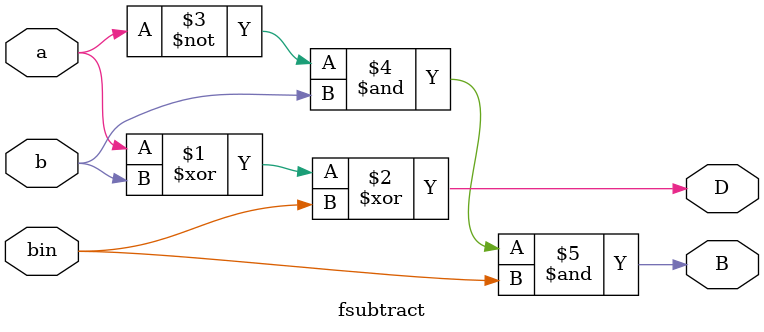
<source format=v>
module fsubtract(input a,b,bin, output D,B);
assign D=a^b^bin;
assign B=(~a)&b&bin;
endmodule

</source>
